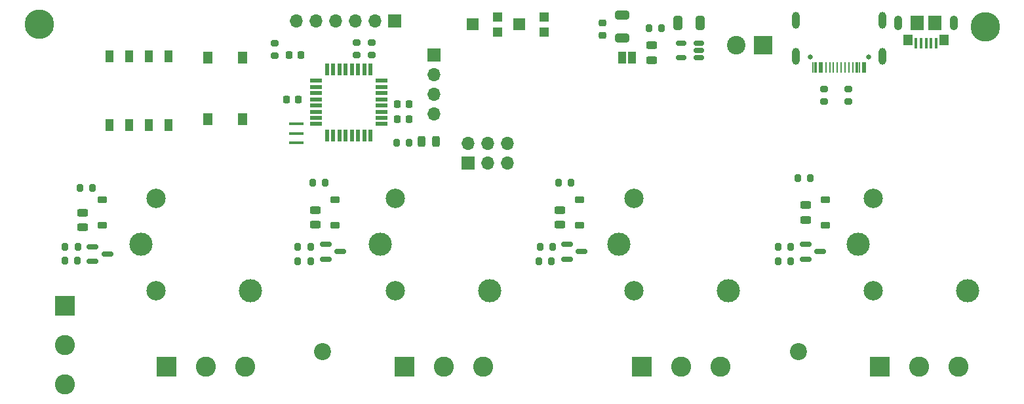
<source format=gts>
G04 #@! TF.GenerationSoftware,KiCad,Pcbnew,(7.0.0)*
G04 #@! TF.CreationDate,2023-02-25T12:05:00-06:00*
G04 #@! TF.ProjectId,Autorelay,4175746f-7265-46c6-9179-2e6b69636164,1*
G04 #@! TF.SameCoordinates,Original*
G04 #@! TF.FileFunction,Soldermask,Top*
G04 #@! TF.FilePolarity,Negative*
%FSLAX46Y46*%
G04 Gerber Fmt 4.6, Leading zero omitted, Abs format (unit mm)*
G04 Created by KiCad (PCBNEW (7.0.0)) date 2023-02-25 12:05:00*
%MOMM*%
%LPD*%
G01*
G04 APERTURE LIST*
G04 Aperture macros list*
%AMRoundRect*
0 Rectangle with rounded corners*
0 $1 Rounding radius*
0 $2 $3 $4 $5 $6 $7 $8 $9 X,Y pos of 4 corners*
0 Add a 4 corners polygon primitive as box body*
4,1,4,$2,$3,$4,$5,$6,$7,$8,$9,$2,$3,0*
0 Add four circle primitives for the rounded corners*
1,1,$1+$1,$2,$3*
1,1,$1+$1,$4,$5*
1,1,$1+$1,$6,$7*
1,1,$1+$1,$8,$9*
0 Add four rect primitives between the rounded corners*
20,1,$1+$1,$2,$3,$4,$5,0*
20,1,$1+$1,$4,$5,$6,$7,0*
20,1,$1+$1,$6,$7,$8,$9,0*
20,1,$1+$1,$8,$9,$2,$3,0*%
G04 Aperture macros list end*
%ADD10R,2.600000X2.600000*%
%ADD11C,2.600000*%
%ADD12R,1.200000X1.200000*%
%ADD13R,1.500000X1.600000*%
%ADD14C,2.200000*%
%ADD15RoundRect,0.225000X-0.375000X0.225000X-0.375000X-0.225000X0.375000X-0.225000X0.375000X0.225000X0*%
%ADD16RoundRect,0.243750X0.456250X-0.243750X0.456250X0.243750X-0.456250X0.243750X-0.456250X-0.243750X0*%
%ADD17RoundRect,0.200000X-0.200000X-0.275000X0.200000X-0.275000X0.200000X0.275000X-0.200000X0.275000X0*%
%ADD18R,1.600000X0.550000*%
%ADD19R,0.550000X1.600000*%
%ADD20RoundRect,0.200000X0.200000X0.275000X-0.200000X0.275000X-0.200000X-0.275000X0.200000X-0.275000X0*%
%ADD21R,1.700000X1.700000*%
%ADD22O,1.700000X1.700000*%
%ADD23RoundRect,0.225000X-0.225000X-0.250000X0.225000X-0.250000X0.225000X0.250000X-0.225000X0.250000X0*%
%ADD24RoundRect,0.200000X-0.275000X0.200000X-0.275000X-0.200000X0.275000X-0.200000X0.275000X0.200000X0*%
%ADD25C,3.000000*%
%ADD26C,2.500000*%
%ADD27C,3.800000*%
%ADD28RoundRect,0.243750X0.243750X0.456250X-0.243750X0.456250X-0.243750X-0.456250X0.243750X-0.456250X0*%
%ADD29RoundRect,0.150000X0.512500X0.150000X-0.512500X0.150000X-0.512500X-0.150000X0.512500X-0.150000X0*%
%ADD30R,1.100000X1.500000*%
%ADD31C,0.670000*%
%ADD32R,0.250000X1.450000*%
%ADD33R,0.300000X1.450000*%
%ADD34RoundRect,0.500000X0.000000X0.600000X0.000000X0.600000X0.000000X-0.600000X0.000000X-0.600000X0*%
%ADD35RoundRect,0.250000X0.650000X-0.325000X0.650000X0.325000X-0.650000X0.325000X-0.650000X-0.325000X0*%
%ADD36RoundRect,0.250000X0.325000X0.650000X-0.325000X0.650000X-0.325000X-0.650000X0.325000X-0.650000X0*%
%ADD37R,0.400000X1.400000*%
%ADD38O,1.050000X1.900000*%
%ADD39R,1.150000X1.450000*%
%ADD40R,1.750000X1.900000*%
%ADD41R,1.900000X0.400000*%
%ADD42RoundRect,0.150000X-0.587500X-0.150000X0.587500X-0.150000X0.587500X0.150000X-0.587500X0.150000X0*%
%ADD43RoundRect,0.225000X0.225000X0.250000X-0.225000X0.250000X-0.225000X-0.250000X0.225000X-0.250000X0*%
%ADD44RoundRect,0.243750X-0.456250X0.243750X-0.456250X-0.243750X0.456250X-0.243750X0.456250X0.243750X0*%
%ADD45R,1.300000X1.550000*%
%ADD46R,1.000000X1.500000*%
%ADD47R,2.400000X2.400000*%
%ADD48C,2.400000*%
%ADD49RoundRect,0.225000X0.250000X-0.225000X0.250000X0.225000X-0.250000X0.225000X-0.250000X-0.225000X0*%
G04 APERTURE END LIST*
D10*
X95959999Y-107444999D03*
D11*
X95960000Y-112525000D03*
X95960000Y-117605000D03*
D10*
X139774999Y-115364999D03*
D11*
X144855000Y-115365000D03*
X149935000Y-115365000D03*
D12*
X157819999Y-72074999D03*
D13*
X154569999Y-71074999D03*
D12*
X157819999Y-70074999D03*
D14*
X190638000Y-113364800D03*
D15*
X194130000Y-93730000D03*
X194130000Y-97030000D03*
X100785000Y-93730000D03*
X100785000Y-97030000D03*
D16*
X159840000Y-96952500D03*
X159840000Y-95077500D03*
D17*
X190575000Y-90935000D03*
X192225000Y-90935000D03*
D18*
X128344999Y-78349999D03*
X128344999Y-79149999D03*
X128344999Y-79949999D03*
X128344999Y-80749999D03*
X128344999Y-81549999D03*
X128344999Y-82349999D03*
X128344999Y-83149999D03*
X128344999Y-83949999D03*
D19*
X129794999Y-85399999D03*
X130594999Y-85399999D03*
X131394999Y-85399999D03*
X132194999Y-85399999D03*
X132994999Y-85399999D03*
X133794999Y-85399999D03*
X134594999Y-85399999D03*
X135394999Y-85399999D03*
D18*
X136844999Y-83949999D03*
X136844999Y-83149999D03*
X136844999Y-82349999D03*
X136844999Y-81549999D03*
X136844999Y-80749999D03*
X136844999Y-79949999D03*
X136844999Y-79149999D03*
X136844999Y-78349999D03*
D19*
X135394999Y-76899999D03*
X134594999Y-76899999D03*
X133794999Y-76899999D03*
X132994999Y-76899999D03*
X132194999Y-76899999D03*
X131394999Y-76899999D03*
X130594999Y-76899999D03*
X129794999Y-76899999D03*
D17*
X171335000Y-71550000D03*
X172985000Y-71550000D03*
D20*
X127655000Y-101730000D03*
X126005000Y-101730000D03*
D21*
X148029999Y-89029999D03*
D22*
X148029999Y-86489999D03*
X150569999Y-89029999D03*
X150569999Y-86489999D03*
X153109999Y-89029999D03*
X153109999Y-86489999D03*
D17*
X97865000Y-92205000D03*
X99515000Y-92205000D03*
D16*
X128290000Y-96952500D03*
X128290000Y-95077500D03*
D23*
X138860000Y-81410000D03*
X140410000Y-81410000D03*
D17*
X188035000Y-99825000D03*
X189685000Y-99825000D03*
D21*
X138504999Y-70614999D03*
D22*
X135964999Y-70614999D03*
X133424999Y-70614999D03*
X130884999Y-70614999D03*
X128344999Y-70614999D03*
X125804999Y-70614999D03*
D24*
X123023200Y-73478600D03*
X123023200Y-75128600D03*
D25*
X105728334Y-99490000D03*
D26*
X107678334Y-105540000D03*
D25*
X119878334Y-105540000D03*
D26*
X107678334Y-93540000D03*
D16*
X191590000Y-96317500D03*
X191590000Y-94442500D03*
D15*
X162380000Y-93730000D03*
X162380000Y-97030000D03*
D25*
X136610000Y-99490000D03*
D26*
X138560000Y-105540000D03*
D25*
X150760000Y-105540000D03*
D26*
X138560000Y-93540000D03*
D27*
X92594000Y-71070000D03*
D20*
X189685000Y-101730000D03*
X188035000Y-101730000D03*
D17*
X126005000Y-99825000D03*
X127655000Y-99825000D03*
D28*
X143846600Y-86229400D03*
X141971600Y-86229400D03*
D12*
X151819999Y-72074999D03*
D13*
X148569999Y-71074999D03*
D12*
X151819999Y-70074999D03*
D10*
X201158333Y-115364999D03*
D11*
X206238334Y-115365000D03*
X211318334Y-115365000D03*
D24*
X135520000Y-73410000D03*
X135520000Y-75060000D03*
D29*
X177800000Y-75360000D03*
X177800000Y-74410000D03*
X177800000Y-73460000D03*
X175525000Y-73460000D03*
X175525000Y-75360000D03*
D23*
X138860000Y-83315000D03*
X140410000Y-83315000D03*
D30*
X101687199Y-84054999D03*
X104227199Y-84054999D03*
X106767199Y-84054999D03*
X109307199Y-84054999D03*
X109307199Y-75154999D03*
X106767199Y-75154999D03*
X104227199Y-75154999D03*
X101687199Y-75154999D03*
D17*
X157300000Y-99825000D03*
X158950000Y-99825000D03*
X159650000Y-91570000D03*
X161300000Y-91570000D03*
D24*
X197115000Y-79425000D03*
X197115000Y-81075000D03*
D31*
X199691200Y-75273200D03*
X192191200Y-75273200D03*
D32*
X199316199Y-76648199D03*
X198516199Y-76648199D03*
X197191199Y-76648199D03*
X196191199Y-76648199D03*
X195691199Y-76648199D03*
X194691199Y-76648199D03*
X193366199Y-76648199D03*
X192566199Y-76648199D03*
D33*
X192841199Y-76648199D03*
X193641199Y-76648199D03*
D32*
X194191199Y-76648199D03*
X195191199Y-76648199D03*
X196691199Y-76648199D03*
X197691199Y-76648199D03*
D33*
X198241199Y-76648199D03*
X199041199Y-76648199D03*
D34*
X201521200Y-75188200D03*
X201521200Y-70518200D03*
X190361200Y-75188200D03*
X190361200Y-70508200D03*
D35*
X167905000Y-72820000D03*
X167905000Y-69870000D03*
D17*
X138759000Y-86331000D03*
X140409000Y-86331000D03*
X127910000Y-91570000D03*
X129560000Y-91570000D03*
D36*
X178005000Y-70915000D03*
X175055000Y-70915000D03*
D37*
X208440599Y-73486999D03*
X207790599Y-73486999D03*
X207140599Y-73486999D03*
X206490599Y-73486999D03*
X205840599Y-73486999D03*
D38*
X210715599Y-70836999D03*
D39*
X209460599Y-73066999D03*
D40*
X208265599Y-70836999D03*
X206015599Y-70836999D03*
D39*
X204820599Y-73066999D03*
D38*
X203565599Y-70836999D03*
D41*
X125804999Y-86349999D03*
X125804999Y-85149999D03*
X125804999Y-83949999D03*
D42*
X99515000Y-99825000D03*
X99515000Y-101725000D03*
X101390000Y-100775000D03*
D43*
X126085000Y-80775000D03*
X124535000Y-80775000D03*
D23*
X124890000Y-75060000D03*
X126440000Y-75060000D03*
D24*
X193940000Y-79425000D03*
X193940000Y-81075000D03*
X133615000Y-73410000D03*
X133615000Y-75060000D03*
D44*
X171715000Y-73787500D03*
X171715000Y-75662500D03*
D25*
X167491666Y-99490000D03*
D26*
X169441666Y-105540000D03*
D25*
X181641666Y-105540000D03*
D26*
X169441666Y-93540000D03*
D10*
X170466665Y-115364999D03*
D11*
X175546666Y-115365000D03*
X180626666Y-115365000D03*
D27*
X214768000Y-71345000D03*
D42*
X160807500Y-99510000D03*
X160807500Y-101410000D03*
X162682500Y-100460000D03*
D16*
X98245000Y-97285000D03*
X98245000Y-95410000D03*
D42*
X129590000Y-99510000D03*
X129590000Y-101410000D03*
X131465000Y-100460000D03*
D45*
X114374999Y-83299999D03*
X114374999Y-75349999D03*
X118874999Y-83299999D03*
X118874999Y-75349999D03*
D10*
X109076784Y-115364999D03*
D11*
X114156785Y-115365000D03*
X119236785Y-115365000D03*
D15*
X130830000Y-93730000D03*
X130830000Y-97030000D03*
D25*
X198373334Y-99490000D03*
D26*
X200323334Y-105540000D03*
D25*
X212523334Y-105540000D03*
D26*
X200323334Y-93540000D03*
D46*
X169174999Y-75359999D03*
X167874999Y-75359999D03*
D47*
X186129999Y-73789999D03*
D48*
X182630000Y-73790000D03*
D20*
X158760000Y-101730000D03*
X157110000Y-101730000D03*
D42*
X191620000Y-99510000D03*
X191620000Y-101410000D03*
X193495000Y-100460000D03*
D14*
X129170000Y-113364800D03*
D17*
X95930000Y-99825000D03*
X97580000Y-99825000D03*
D49*
X165365000Y-72465000D03*
X165365000Y-70915000D03*
D20*
X97546000Y-101621800D03*
X95896000Y-101621800D03*
D21*
X143584999Y-75059999D03*
D22*
X143584999Y-77599999D03*
X143584999Y-80139999D03*
X143584999Y-82679999D03*
M02*

</source>
